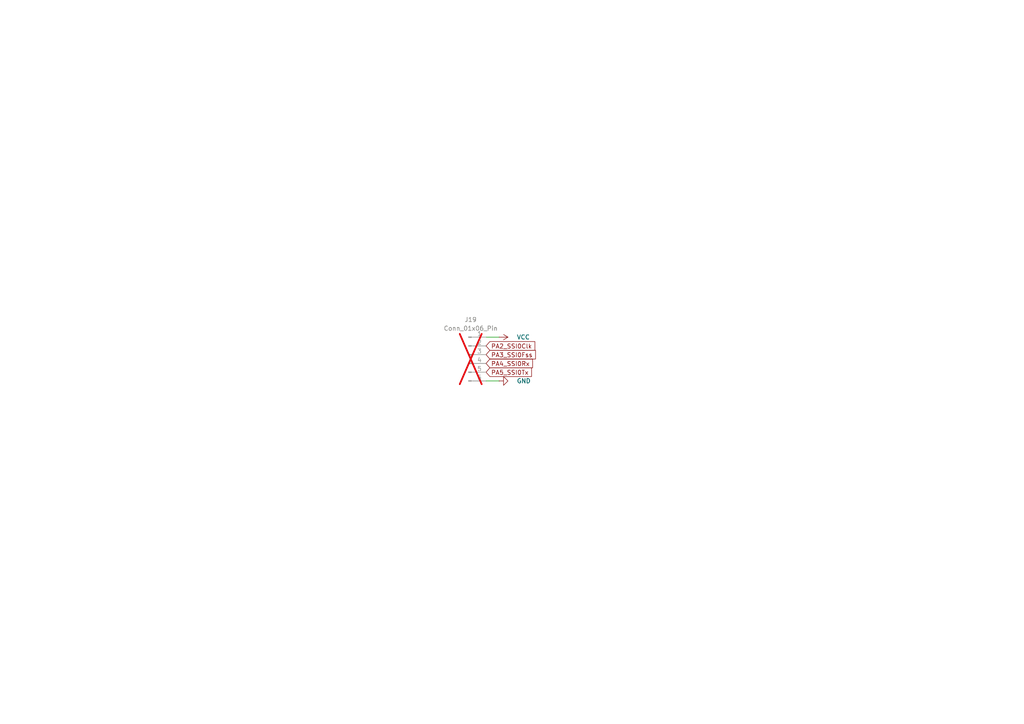
<source format=kicad_sch>
(kicad_sch (version 20250114) (generator "eeschema") (generator_version "9.0")
  (paper "A4")
  (lib_symbols
    (symbol "Connector:Conn_01x06_Pin" (pin_names (offset 1.016) (hide yes))
      (property "Reference" "J" (at 0 7.62 0))
      (property "Value" "Conn_01x06_Pin" (at 0 -10.16 0))
      (symbol "Conn_01x06_Pin_1_1"
        (rectangle (start 0.8636 5.207) (end 0 4.953) (stroke (width 0.1524)) (fill (type outline)))
        (rectangle (start 0.8636 2.667) (end 0 2.413) (stroke (width 0.1524)) (fill (type outline)))
        (rectangle (start 0.8636 0.127) (end 0 -0.127) (stroke (width 0.1524)) (fill (type outline)))
        (rectangle (start 0.8636 -2.413) (end 0 -2.667) (stroke (width 0.1524)) (fill (type outline)))
        (rectangle (start 0.8636 -4.953) (end 0 -5.207) (stroke (width 0.1524)) (fill (type outline)))
        (rectangle (start 0.8636 -7.493) (end 0 -7.747) (stroke (width 0.1524)) (fill (type outline)))
        (polyline (pts (xy 1.27 5.08) (xy 0.8636 5.08)) (stroke (width 0.1524)))
        (polyline (pts (xy 1.27 2.54) (xy 0.8636 2.54)) (stroke (width 0.1524)))
        (polyline (pts (xy 1.27 0) (xy 0.8636 0)) (stroke (width 0.1524)))
        (polyline (pts (xy 1.27 -2.54) (xy 0.8636 -2.54)) (stroke (width 0.1524)))
        (polyline (pts (xy 1.27 -5.08) (xy 0.8636 -5.08)) (stroke (width 0.1524)))
        (polyline (pts (xy 1.27 -7.62) (xy 0.8636 -7.62)) (stroke (width 0.1524)))
        (pin passive line (at 5.08 5.08 180) (length 3.81) (name "Pin_1") (number "1"))
        (pin passive line (at 5.08 2.54 180) (length 3.81) (name "Pin_2") (number "2"))
        (pin passive line (at 5.08 0 180) (length 3.81) (name "Pin_3") (number "3"))
        (pin passive line (at 5.08 -2.54 180) (length 3.81) (name "Pin_4") (number "4"))
        (pin passive line (at 5.08 -5.08 180) (length 3.81) (name "Pin_5") (number "5"))
        (pin passive line (at 5.08 -7.62 180) (length 3.81) (name "Pin_6") (number "6"))
      )
    )
    (symbol "power:GND" (power) (pin_numbers (hide yes)) (pin_names (offset 0) (hide yes))
      (property "Value" "GND" (at 0 -3.81 0))
      (symbol "GND_0_1"
        (polyline (pts (xy 0 0) (xy 0 -1.27) (xy 1.27 -1.27) (xy 0 -2.54) (xy -1.27 -1.27) (xy 0 -1.27)))
      )
      (symbol "GND_1_1"
        (pin power_in line (at 0 0 270) (length 0) (name "~") (number "1"))
      )
    )
    (symbol "power:VCC" (power) (pin_numbers (hide yes)) (pin_names (offset 0) (hide yes))
      (property "Value" "VCC" (at 0 3.556 0))
      (symbol "VCC_0_1"
        (polyline (pts (xy -0.762 1.27) (xy 0 2.54)))
        (polyline (pts (xy 0 2.54) (xy 0.762 1.27)))
        (polyline (pts (xy 0 0) (xy 0 2.54)))
      )
      (symbol "VCC_1_1"
        (pin power_in line (at 0 0 90) (length 0) (name "~") (number "1"))
      )
    )
  )
  (wire (pts (xy 140.97 110.49) (xy 144.78 110.49)))
  (wire (pts (xy 140.97 97.79) (xy 144.78 97.79)))
  (global_label "PA5_SSI0Tx" (shape input) (at 140.97 107.95 0) (property "Intersheetrefs" "${INTERSHEET_REFS}" (effects (hide yes))))
  (global_label "PA4_SSI0Rx" (shape input) (at 140.97 105.41 0) (property "Intersheetrefs" "${INTERSHEET_REFS}" (effects (hide yes))))
  (global_label "PA3_SSI0Fss" (shape input) (at 140.97 102.87 0) (property "Intersheetrefs" "${INTERSHEET_REFS}" (effects (hide yes))))
  (global_label "PA2_SSI0Clk" (shape input) (at 140.97 100.33 0) (property "Intersheetrefs" "${INTERSHEET_REFS}" (effects (hide yes))))
  (symbol (lib_id "Connector:Conn_01x06_Pin") (at 135.89 102.87 0) (unit 1) (dnp yes)
    (property "Reference" "J19" (at 136.525 92.71 0))
    (property "Value" "Conn_01x06_Pin" (at 136.525 95.25 0))
    (property "Description" "Generic connector, single row, 01x06, script generated" (effects (hide yes)))
  )
  (symbol (lib_id "power:GND") (at 144.78 110.49 90) (unit 1)
    (property "Reference" "#PWR0135" (effects (hide yes)))
    (property "Value" "GND" (at 149.86 110.4899 90) (effects (justify right)))
    (property "Description" "Power symbol creates a global label with name \"GND\" , ground" (effects (hide yes)))
  )
  (symbol (lib_id "power:VCC") (at 144.78 97.79 270) (unit 1)
    (property "Reference" "#PWR0134" (effects (hide yes)))
    (property "Value" "VCC" (at 149.86 97.7899 90) (effects (justify left)))
    (property "Description" "Power symbol creates a global label with name \"VCC\"" (effects (hide yes)))
  )
)
</source>
